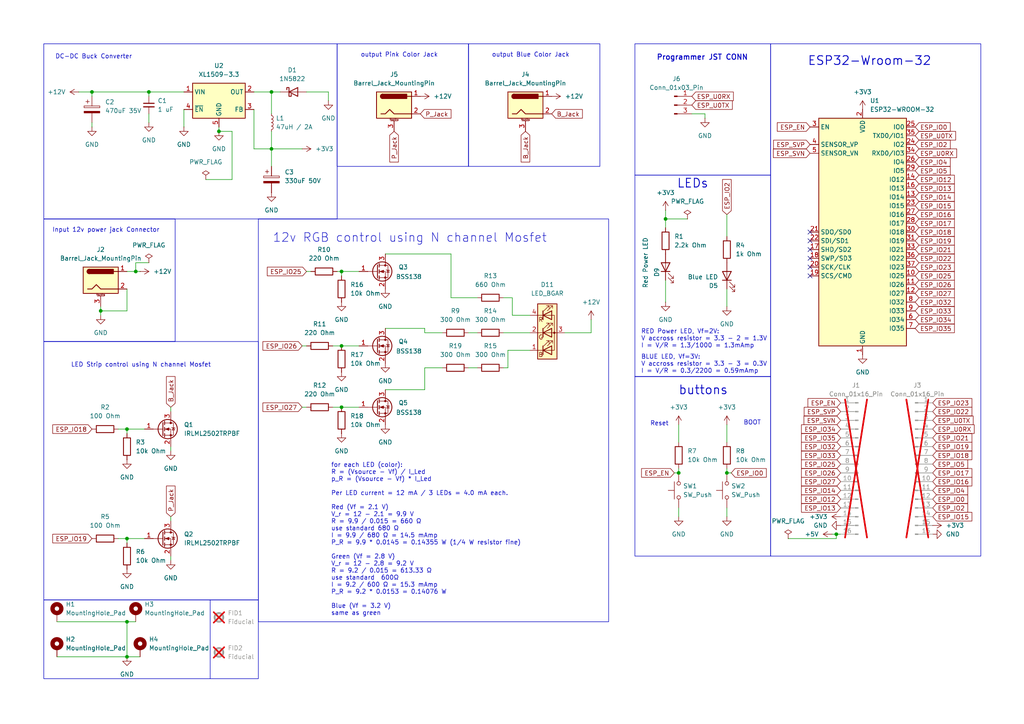
<source format=kicad_sch>
(kicad_sch (version 20250114) (generator "eeschema") (generator_version "9.0")
  (paper "A4")
  (title_block (title "Neon 1meter 12V") (date "2025-10-31") (rev "1_0"))
  (rectangle (start 12.7 12.7) (end 97.79 63.5))
  (rectangle (start 97.79 12.7) (end 135.89 48.26))
  (rectangle (start 12.7 99.06) (end 74.93 173.99))
  (rectangle (start 135.89 12.7) (end 173.99 48.26))
  (rectangle (start 12.7 63.5) (end 50.8 99.06))
  (rectangle (start 184.15 12.7) (end 223.52 50.8))
  (rectangle (start 184.15 109.22) (end 223.52 161.29))
  (rectangle (start 74.93 63.5) (end 176.53 180.34))
  (rectangle (start 184.15 50.8) (end 223.52 109.22))
  (rectangle (start 12.7 173.99) (end 74.93 196.85))
  (rectangle (start 223.52 12.7) (end 284.48 161.29))
  (text "ESP32-Wroom-32\n" (at 252.222 17.78 0) (effects (font (size 2.54 2.54) (thickness 0.254) (bold yes))))
  (text "LED Strip control using N channel Mosfet" (at 40.894 105.918 0) (effects (font (size 1.27 1.27))))
  (text "DC-DC Buck Converter" (at 27.178 16.51 0) (effects (font (size 1.27 1.27))))
  (text "buttons" (at 203.962 113.284 0) (effects (font (size 2.54 2.54) (thickness 0.254) (bold yes))))
  (text "output Pink Color Jack" (at 115.824 16.002 0) (effects (font (size 1.27 1.27))))
  (text "RED Power LED, Vf=2V:\nV accross resistor = 3.3 - 2 = 1.3V\nI = V/R = 1.3/1000 = 1.3mAmp" (at 185.928 98.298 0) (effects (font (size 1.27 1.27)) (justify left)))
  (text "Input 12v power jack Connector\n" (at 30.734 66.802 0) (effects (font (size 1.27 1.27))))
  (text "for each LED (color):\nR = (Vsource - Vf) / I_Led\np_R = (Vsource - Vf) * I_Led\n\nPer LED current = 12 mA / 3 LEDs = 4.0 mA each.\n\nRed (Vf = 2.1 V)\nV_r = 12 − 2.1 = 9.9 V\nR = 9.9 / 0.015 = 660 Ω \nuse standard 680 Ω\nI = 9.9 / 680 Ω = 14.5 mAmp\nP_R = 9.9 * 0.0145 = 0.14355 W (1/4 W resistor fine)\n\nGreen (Vf = 2.8 V)\nV_r = 12 − 2.8 = 9.2 V\nR = 9.2 / 0.015 = 613.33 Ω \nuse standard  600Ω\nI = 9.2 / 600 Ω = 15.3 mAmp\nP_R = 9.2 * 0.0153 = 0.14076 W\n\nBlue (Vf = 3.2 V)\nsame as green " (at 96.012 156.464 0) (effects (font (size 1.27 1.27)) (justify left)))
  (text "12v RGB control using N channel Mosfet" (at 118.872 69.088 0) (effects (font (size 2.54 2.54))))
  (text "Reset\n" (at 191.262 122.936 0) (effects (font (size 1.27 1.27))))
  (text "BLUE LED, Vf=3V:\nV accross resistor = 3.3 - 3 = 0.3V\nI = V/R = 0.3/2200 = 0.59mAmp" (at 185.928 105.664 0) (effects (font (size 1.27 1.27)) (justify left)))
  (text "LEDs" (at 200.914 53.34 0) (effects (font (size 2.54 2.54) (thickness 0.254) (bold yes))))
  (text "BOOT\n" (at 218.186 122.682 0) (effects (font (size 1.27 1.27))))
  (text "output Blue Color Jack" (at 153.924 16.002 0) (effects (font (size 1.27 1.27))))
  (text "Programmer JST CONN" (at 203.708 16.764 0) (effects (font (size 1.524 1.524) (thickness 0.254) (bold yes))))
  (text_box "SMD Componens:\n1) minimum SMD size are 1206 package\n2) all SMD components must be hand soldered footprint for easy assmebly" (at -58.42 20.32 0) (size 52.07 35.56) (margins 0.9525 0.9525 0.9525 0.9525) (effects (font (size 1.27 1.27)) (justify left top)))
  (junction (at 36.83 190.5))
  (junction (at 99.06 118.11))
  (junction (at 99.06 78.74))
  (junction (at 36.83 124.46))
  (junction (at 36.83 180.34))
  (junction (at 29.21 90.17))
  (junction (at 78.74 43.18))
  (junction (at 63.5 38.1))
  (junction (at 43.18 26.67))
  (junction (at 26.67 26.67))
  (junction (at 78.74 26.67))
  (junction (at 193.04 63.5))
  (junction (at 36.83 156.21))
  (junction (at 99.06 100.33))
  (junction (at 242.57 154.94))
  (junction (at 210.82 137.16))
  (junction (at 39.37 78.74))
  (junction (at 196.85 137.16))
  (no_connect (at 234.95 74.93))
  (no_connect (at 234.95 69.85))
  (no_connect (at 234.95 77.47))
  (no_connect (at 234.95 80.01))
  (no_connect (at 234.95 67.31))
  (no_connect (at 234.95 72.39))
  (wire (pts (xy 78.74 43.18) (xy 73.66 43.18)))
  (wire (pts (xy 130.81 86.36) (xy 138.43 86.36)))
  (wire (pts (xy 49.53 161.29) (xy 49.53 162.56)))
  (wire (pts (xy 36.83 190.5) (xy 40.64 190.5)))
  (wire (pts (xy 87.63 43.18) (xy 78.74 43.18)))
  (wire (pts (xy 210.82 137.16) (xy 212.09 137.16)))
  (wire (pts (xy 36.83 124.46) (xy 41.91 124.46)))
  (wire (pts (xy 146.05 106.68) (xy 147.32 106.68)))
  (wire (pts (xy 67.31 52.07) (xy 67.31 38.1)))
  (wire (pts (xy 123.19 106.68) (xy 128.27 106.68)))
  (wire (pts (xy 87.63 118.11) (xy 88.9 118.11)))
  (wire (pts (xy 104.14 118.11) (xy 99.06 118.11)))
  (wire (pts (xy 242.57 154.94) (xy 243.84 154.94)))
  (wire (pts (xy 196.85 147.32) (xy 196.85 149.86)))
  (wire (pts (xy 210.82 62.23) (xy 210.82 68.58)))
  (wire (pts (xy 36.83 180.34) (xy 39.37 180.34)))
  (wire (pts (xy 36.83 156.21) (xy 41.91 156.21)))
  (wire (pts (xy 138.43 96.52) (xy 135.89 96.52)))
  (wire (pts (xy 104.14 100.33) (xy 99.06 100.33)))
  (wire (pts (xy 39.37 78.74) (xy 36.83 78.74)))
  (wire (pts (xy 78.74 26.67) (xy 78.74 33.02)))
  (wire (pts (xy 196.85 135.89) (xy 196.85 137.16)))
  (wire (pts (xy 78.74 43.18) (xy 78.74 38.1)))
  (wire (pts (xy 148.59 86.36) (xy 148.59 91.44)))
  (wire (pts (xy 16.51 180.34) (xy 36.83 180.34)))
  (wire (pts (xy 193.04 63.5) (xy 199.39 63.5)))
  (wire (pts (xy 90.17 78.74) (xy 88.9 78.74)))
  (wire (pts (xy 73.66 43.18) (xy 73.66 31.75)))
  (wire (pts (xy 123.19 95.25) (xy 111.76 95.25)))
  (wire (pts (xy 26.67 35.56) (xy 26.67 36.83)))
  (wire (pts (xy 210.82 123.19) (xy 210.82 128.27)))
  (wire (pts (xy 241.3 154.94) (xy 242.57 154.94)))
  (wire (pts (xy 196.85 137.16) (xy 195.58 137.16)))
  (wire (pts (xy 204.47 33.02) (xy 204.47 34.29)))
  (wire (pts (xy 200.66 33.02) (xy 204.47 33.02)))
  (wire (pts (xy 36.83 90.17) (xy 29.21 90.17)))
  (wire (pts (xy 242.57 156.21) (xy 242.57 154.94)))
  (wire (pts (xy 59.69 52.07) (xy 67.31 52.07)))
  (wire (pts (xy 29.21 90.17) (xy 29.21 91.44)))
  (wire (pts (xy 73.66 26.67) (xy 78.74 26.67)))
  (wire (pts (xy 40.64 78.74) (xy 39.37 78.74)))
  (wire (pts (xy 53.34 31.75) (xy 53.34 36.83)))
  (wire (pts (xy 36.83 125.73) (xy 36.83 124.46)))
  (wire (pts (xy 43.18 76.2) (xy 39.37 76.2)))
  (wire (pts (xy 147.32 101.6) (xy 153.67 101.6)))
  (wire (pts (xy 171.45 96.52) (xy 163.83 96.52)))
  (wire (pts (xy 63.5 38.1) (xy 63.5 36.83)))
  (wire (pts (xy 99.06 118.11) (xy 96.52 118.11)))
  (wire (pts (xy 210.82 147.32) (xy 210.82 149.86)))
  (wire (pts (xy 123.19 113.03) (xy 123.19 106.68)))
  (wire (pts (xy 123.19 96.52) (xy 123.19 95.25)))
  (wire (pts (xy 36.83 83.82) (xy 36.83 90.17)))
  (wire (pts (xy 111.76 73.66) (xy 130.81 73.66)))
  (wire (pts (xy 36.83 180.34) (xy 36.83 190.5)))
  (wire (pts (xy 49.53 118.11) (xy 49.53 119.38)))
  (wire (pts (xy 97.79 78.74) (xy 99.06 78.74)))
  (wire (pts (xy 146.05 86.36) (xy 148.59 86.36)))
  (wire (pts (xy 128.27 96.52) (xy 123.19 96.52)))
  (polyline (pts (xy 60.96 173.99) (xy 60.96 196.85)))
  (wire (pts (xy 148.59 91.44) (xy 153.67 91.44)))
  (wire (pts (xy 43.18 33.02) (xy 43.18 35.56)))
  (wire (pts (xy 87.63 100.33) (xy 88.9 100.33)))
  (wire (pts (xy 228.6 156.21) (xy 242.57 156.21)))
  (wire (pts (xy 196.85 123.19) (xy 196.85 128.27)))
  (wire (pts (xy 34.29 124.46) (xy 36.83 124.46)))
  (wire (pts (xy 67.31 38.1) (xy 63.5 38.1)))
  (wire (pts (xy 29.21 88.9) (xy 29.21 90.17)))
  (wire (pts (xy 95.25 26.67) (xy 95.25 29.21)))
  (wire (pts (xy 16.51 190.5) (xy 36.83 190.5)))
  (wire (pts (xy 53.34 26.67) (xy 43.18 26.67)))
  (wire (pts (xy 99.06 78.74) (xy 104.14 78.74)))
  (wire (pts (xy 147.32 106.68) (xy 147.32 101.6)))
  (wire (pts (xy 34.29 156.21) (xy 36.83 156.21)))
  (wire (pts (xy 26.67 26.67) (xy 43.18 26.67)))
  (wire (pts (xy 78.74 26.67) (xy 81.28 26.67)))
  (wire (pts (xy 49.53 149.86) (xy 49.53 151.13)))
  (wire (pts (xy 36.83 157.48) (xy 36.83 156.21)))
  (wire (pts (xy 123.19 113.03) (xy 111.76 113.03)))
  (wire (pts (xy 22.86 26.67) (xy 26.67 26.67)))
  (wire (pts (xy 43.18 26.67) (xy 43.18 27.94)))
  (wire (pts (xy 78.74 43.18) (xy 78.74 48.26)))
  (wire (pts (xy 146.05 96.52) (xy 153.67 96.52)))
  (wire (pts (xy 210.82 135.89) (xy 210.82 137.16)))
  (wire (pts (xy 171.45 92.71) (xy 171.45 96.52)))
  (wire (pts (xy 26.67 27.94) (xy 26.67 26.67)))
  (wire (pts (xy 135.89 106.68) (xy 138.43 106.68)))
  (wire (pts (xy 193.04 81.28) (xy 193.04 87.63)))
  (wire (pts (xy 88.9 26.67) (xy 95.25 26.67)))
  (wire (pts (xy 210.82 83.82) (xy 210.82 88.9)))
  (wire (pts (xy 130.81 73.66) (xy 130.81 86.36)))
  (wire (pts (xy 193.04 63.5) (xy 193.04 66.04)))
  (wire (pts (xy 193.04 60.96) (xy 193.04 63.5)))
  (wire (pts (xy 49.53 129.54) (xy 49.53 130.81)))
  (wire (pts (xy 99.06 80.01) (xy 99.06 78.74)))
  (wire (pts (xy 39.37 76.2) (xy 39.37 78.74)))
  (wire (pts (xy 99.06 100.33) (xy 96.52 100.33)))
  (global_label "ESP_U0RX" (shape input) (at 265.43 44.45 0) (property "Intersheetrefs" "${INTERSHEET_REFS}" (effects (hide yes))))
  (global_label "ESP_IO0" (shape input) (at 212.09 137.16 0) (property "Intersheetrefs" "${INTERSHEET_REFS}" (effects (hide yes))))
  (global_label "ESP_IO19" (shape input) (at 26.67 156.21 180) (property "Intersheetrefs" "${INTERSHEET_REFS}" (effects (hide yes))))
  (global_label "ESP_EN" (shape input) (at 195.58 137.16 180) (property "Intersheetrefs" "${INTERSHEET_REFS}" (effects (hide yes))))
  (global_label "B_Jack" (shape input) (at 49.53 118.11 90) (property "Intersheetrefs" "${INTERSHEET_REFS}" (effects (hide yes))))
  (global_label "ESP_IO4" (shape input) (at 270.51 142.24 0) (property "Intersheetrefs" "${INTERSHEET_REFS}" (effects (hide yes))))
  (global_label "ESP_IO23" (shape input) (at 265.43 77.47 0) (property "Intersheetrefs" "${INTERSHEET_REFS}" (effects (hide yes))))
  (global_label "ESP_U0TX" (shape input) (at 270.51 121.92 0) (property "Intersheetrefs" "${INTERSHEET_REFS}" (effects (hide yes))))
  (global_label "ESP_IO18" (shape input) (at 270.51 132.08 0) (property "Intersheetrefs" "${INTERSHEET_REFS}" (effects (hide yes))))
  (global_label "ESP_IO32" (shape input) (at 243.84 129.54 180) (property "Intersheetrefs" "${INTERSHEET_REFS}" (effects (hide yes))))
  (global_label "ESP_SVP" (shape input) (at 234.95 41.91 180) (property "Intersheetrefs" "${INTERSHEET_REFS}" (effects (hide yes))))
  (global_label "ESP_IO19" (shape input) (at 270.51 129.54 0) (property "Intersheetrefs" "${INTERSHEET_REFS}" (effects (hide yes))))
  (global_label "ESP_IO35" (shape input) (at 243.84 127 180) (property "Intersheetrefs" "${INTERSHEET_REFS}" (effects (hide yes))))
  (global_label "ESP_IO26" (shape input) (at 243.84 137.16 180) (property "Intersheetrefs" "${INTERSHEET_REFS}" (effects (hide yes))))
  (global_label "ESP_IO35" (shape input) (at 265.43 95.25 0) (property "Intersheetrefs" "${INTERSHEET_REFS}" (effects (hide yes))))
  (global_label "ESP_SVP" (shape input) (at 243.84 119.38 180) (property "Intersheetrefs" "${INTERSHEET_REFS}" (effects (hide yes))))
  (global_label "ESP_IO25" (shape input) (at 88.9 78.74 180) (property "Intersheetrefs" "${INTERSHEET_REFS}" (effects (hide yes))))
  (global_label "B_Jack" (shape input) (at 160.02 33.02 0) (property "Intersheetrefs" "${INTERSHEET_REFS}" (effects (hide yes))))
  (global_label "ESP_IO15" (shape input) (at 270.51 149.86 0) (property "Intersheetrefs" "${INTERSHEET_REFS}" (effects (hide yes))))
  (global_label "ESP_IO27" (shape input) (at 265.43 85.09 0) (property "Intersheetrefs" "${INTERSHEET_REFS}" (effects (hide yes))))
  (global_label "ESP_IO26" (shape input) (at 87.63 100.33 180) (property "Intersheetrefs" "${INTERSHEET_REFS}" (effects (hide yes))))
  (global_label "ESP_IO22" (shape input) (at 270.51 119.38 0) (property "Intersheetrefs" "${INTERSHEET_REFS}" (effects (hide yes))))
  (global_label "ESP_IO21" (shape input) (at 265.43 72.39 0) (property "Intersheetrefs" "${INTERSHEET_REFS}" (effects (hide yes))))
  (global_label "ESP_IO2" (shape input) (at 265.43 41.91 0) (property "Intersheetrefs" "${INTERSHEET_REFS}" (effects (hide yes))))
  (global_label "ESP_U0RX" (shape input) (at 270.51 124.46 0) (property "Intersheetrefs" "${INTERSHEET_REFS}" (effects (hide yes))))
  (global_label "ESP_IO15" (shape input) (at 265.43 59.69 0) (property "Intersheetrefs" "${INTERSHEET_REFS}" (effects (hide yes))))
  (global_label "ESP_EN" (shape input) (at 243.84 116.84 180) (property "Intersheetrefs" "${INTERSHEET_REFS}" (effects (hide yes))))
  (global_label "ESP_IO2" (shape input) (at 270.51 147.32 0) (property "Intersheetrefs" "${INTERSHEET_REFS}" (effects (hide yes))))
  (global_label "ESP_IO16" (shape input) (at 265.43 62.23 0) (property "Intersheetrefs" "${INTERSHEET_REFS}" (effects (hide yes))))
  (global_label "ESP_IO33" (shape input) (at 243.84 132.08 180) (property "Intersheetrefs" "${INTERSHEET_REFS}" (effects (hide yes))))
  (global_label "ESP_IO22" (shape input) (at 265.43 74.93 0) (property "Intersheetrefs" "${INTERSHEET_REFS}" (effects (hide yes))))
  (global_label "ESP_IO5" (shape input) (at 270.51 134.62 0) (property "Intersheetrefs" "${INTERSHEET_REFS}" (effects (hide yes))))
  (global_label "ESP_IO18" (shape input) (at 26.67 124.46 180) (property "Intersheetrefs" "${INTERSHEET_REFS}" (effects (hide yes))))
  (global_label "ESP_IO13" (shape input) (at 243.84 147.32 180) (property "Intersheetrefs" "${INTERSHEET_REFS}" (effects (hide yes))))
  (global_label "B_Jack" (shape input) (at 152.4 38.1 270) (property "Intersheetrefs" "${INTERSHEET_REFS}" (effects (hide yes))))
  (global_label "ESP_IO19" (shape input) (at 265.43 69.85 0) (property "Intersheetrefs" "${INTERSHEET_REFS}" (effects (hide yes))))
  (global_label "ESP_IO14" (shape input) (at 265.43 57.15 0) (property "Intersheetrefs" "${INTERSHEET_REFS}" (effects (hide yes))))
  (global_label "ESP_SVN" (shape input) (at 234.95 44.45 180) (property "Intersheetrefs" "${INTERSHEET_REFS}" (effects (hide yes))))
  (global_label "ESP_IO2" (shape input) (at 210.82 62.23 90) (property "Intersheetrefs" "${INTERSHEET_REFS}" (effects (hide yes))))
  (global_label "ESP_IO17" (shape input) (at 265.43 64.77 0) (property "Intersheetrefs" "${INTERSHEET_REFS}" (effects (hide yes))))
  (global_label "ESP_IO34" (shape input) (at 243.84 124.46 180) (property "Intersheetrefs" "${INTERSHEET_REFS}" (effects (hide yes))))
  (global_label "ESP_IO12" (shape input) (at 265.43 52.07 0) (property "Intersheetrefs" "${INTERSHEET_REFS}" (effects (hide yes))))
  (global_label "ESP_IO25" (shape input) (at 265.43 80.01 0) (property "Intersheetrefs" "${INTERSHEET_REFS}" (effects (hide yes))))
  (global_label "ESP_IO4" (shape input) (at 265.43 46.99 0) (property "Intersheetrefs" "${INTERSHEET_REFS}" (effects (hide yes))))
  (global_label "ESP_IO14" (shape input) (at 243.84 142.24 180) (property "Intersheetrefs" "${INTERSHEET_REFS}" (effects (hide yes))))
  (global_label "ESP_IO32" (shape input) (at 265.43 87.63 0) (property "Intersheetrefs" "${INTERSHEET_REFS}" (effects (hide yes))))
  (global_label "P_Jack" (shape input) (at 121.92 33.02 0) (property "Intersheetrefs" "${INTERSHEET_REFS}" (effects (hide yes))))
  (global_label "ESP_IO16" (shape input) (at 270.51 139.7 0) (property "Intersheetrefs" "${INTERSHEET_REFS}" (effects (hide yes))))
  (global_label "ESP_IO33" (shape input) (at 265.43 90.17 0) (property "Intersheetrefs" "${INTERSHEET_REFS}" (effects (hide yes))))
  (global_label "ESP_IO34" (shape input) (at 265.43 92.71 0) (property "Intersheetrefs" "${INTERSHEET_REFS}" (effects (hide yes))))
  (global_label "ESP_IO23" (shape input) (at 270.51 116.84 0) (property "Intersheetrefs" "${INTERSHEET_REFS}" (effects (hide yes))))
  (global_label "ESP_U0TX" (shape input) (at 200.66 30.48 0) (property "Intersheetrefs" "${INTERSHEET_REFS}" (effects (hide yes))))
  (global_label "ESP_IO5" (shape input) (at 265.43 49.53 0) (property "Intersheetrefs" "${INTERSHEET_REFS}" (effects (hide yes))))
  (global_label "ESP_IO0" (shape input) (at 270.51 144.78 0) (property "Intersheetrefs" "${INTERSHEET_REFS}" (effects (hide yes))))
  (global_label "ESP_U0RX" (shape input) (at 200.66 27.94 0) (property "Intersheetrefs" "${INTERSHEET_REFS}" (effects (hide yes))))
  (global_label "ESP_IO18" (shape input) (at 265.43 67.31 0) (property "Intersheetrefs" "${INTERSHEET_REFS}" (effects (hide yes))))
  (global_label "ESP_U0TX" (shape input) (at 265.43 39.37 0) (property "Intersheetrefs" "${INTERSHEET_REFS}" (effects (hide yes))))
  (global_label "ESP_IO0" (shape input) (at 265.43 36.83 0) (property "Intersheetrefs" "${INTERSHEET_REFS}" (effects (hide yes))))
  (global_label "ESP_IO26" (shape input) (at 265.43 82.55 0) (property "Intersheetrefs" "${INTERSHEET_REFS}" (effects (hide yes))))
  (global_label "ESP_IO27" (shape input) (at 243.84 139.7 180) (property "Intersheetrefs" "${INTERSHEET_REFS}" (effects (hide yes))))
  (global_label "ESP_EN" (shape input) (at 234.95 36.83 180) (property "Intersheetrefs" "${INTERSHEET_REFS}" (effects (hide yes))))
  (global_label "ESP_IO27" (shape input) (at 87.63 118.11 180) (property "Intersheetrefs" "${INTERSHEET_REFS}" (effects (hide yes))))
  (global_label "ESP_IO13" (shape input) (at 265.43 54.61 0) (property "Intersheetrefs" "${INTERSHEET_REFS}" (effects (hide yes))))
  (global_label "ESP_IO12" (shape input) (at 243.84 144.78 180) (property "Intersheetrefs" "${INTERSHEET_REFS}" (effects (hide yes))))
  (global_label "ESP_IO21" (shape input) (at 270.51 127 0) (property "Intersheetrefs" "${INTERSHEET_REFS}" (effects (hide yes))))
  (global_label "ESP_SVN" (shape input) (at 243.84 121.92 180) (property "Intersheetrefs" "${INTERSHEET_REFS}" (effects (hide yes))))
  (global_label "ESP_IO17" (shape input) (at 270.51 137.16 0) (property "Intersheetrefs" "${INTERSHEET_REFS}" (effects (hide yes))))
  (global_label "ESP_IO25" (shape input) (at 243.84 134.62 180) (property "Intersheetrefs" "${INTERSHEET_REFS}" (effects (hide yes))))
  (global_label "P_Jack" (shape input) (at 114.3 38.1 270) (property "Intersheetrefs" "${INTERSHEET_REFS}" (effects (hide yes))))
  (global_label "P_Jack" (shape input) (at 49.53 149.86 90) (property "Intersheetrefs" "${INTERSHEET_REFS}" (effects (hide yes))))
  (symbol (lib_id "Device:R") (at 30.48 156.21 270) (unit 1)
    (property "Reference" "R5" (at 30.48 149.86 90))
    (property "Value" "100 Ohm" (at 30.48 152.4 90))
    (property "Footprint" "Resistor_SMD:R_1206_3216Metric_Pad1.30x1.75mm_HandSolder" (effects (hide yes)))
    (property "Description" "Resistor" (effects (hide yes)))
    (property "link" "https://uge-one.com/product/smd-chip-resistor-size-1206-100r-ohm/" (effects (hide yes)))
  )
  (symbol (lib_id "Device:R") (at 142.24 86.36 270) (unit 1)
    (property "Reference" "R13" (at 142.24 80.01 90))
    (property "Value" "660 Ohm" (at 142.24 82.55 90))
    (property "Footprint" "Resistor_SMD:R_1206_3216Metric_Pad1.30x1.75mm_HandSolder" (effects (hide yes)))
    (property "Description" "Resistor" (effects (hide yes)))
    (property "link" "https://makerselectronics.com/product/chip-resistor-smd-680%cf%89-%c2%b11-250mw-1206/" (effects (hide yes)))
  )
  (symbol (lib_id "power:GND") (at 111.76 105.41 0) (unit 1)
    (property "Reference" "#PWR027" (effects (hide yes)))
    (property "Value" "GND" (at 111.76 110.49 0))
    (property "Description" "Power symbol creates a global label with name \"GND\" , ground" (effects (hide yes)))
  )
  (symbol (lib_id "power:GND") (at 36.83 165.1 0) (unit 1)
    (property "Reference" "#PWR010" (effects (hide yes)))
    (property "Value" "GND" (at 36.83 170.18 0))
    (property "Description" "Power symbol creates a global label with name \"GND\" , ground" (effects (hide yes)))
  )
  (symbol (lib_id "Mechanical:MountingHole_Pad") (at 39.37 177.8 0) (unit 1) (in_bom no)
    (property "Reference" "H3" (at 41.91 175.2599 0) (effects (justify left)))
    (property "Value" "MountingHole_Pad" (at 41.91 177.7999 0) (effects (justify left)))
    (property "Footprint" "MountingHole:MountingHole_3.2mm_M3_Pad_Via" (effects (hide yes)))
    (property "Description" "Mounting Hole with connection" (effects (hide yes)))
  )
  (symbol (lib_id "power:+12V") (at 121.92 27.94 270) (unit 1)
    (property "Reference" "#PWR024" (effects (hide yes)))
    (property "Value" "+12V" (at 125.73 27.9399 90) (effects (justify left)))
    (property "Description" "Power symbol creates a global label with name \"+12V\"" (effects (hide yes)))
  )
  (symbol (lib_id "Mechanical:MountingHole_Pad") (at 40.64 187.96 0) (unit 1) (in_bom no)
    (property "Reference" "H4" (at 43.18 185.4199 0) (effects (justify left)))
    (property "Value" "MountingHole_Pad" (at 43.18 187.9599 0) (effects (justify left)))
    (property "Footprint" "MountingHole:MountingHole_3.2mm_M3_Pad_Via" (effects (hide yes)))
    (property "Description" "Mounting Hole with connection" (effects (hide yes)))
  )
  (symbol (lib_id "Mechanical:MountingHole_Pad") (at 16.51 187.96 0) (unit 1) (in_bom no)
    (property "Reference" "H2" (at 19.05 185.4199 0) (effects (justify left)))
    (property "Value" "MountingHole_Pad" (at 19.05 187.9599 0) (effects (justify left)))
    (property "Footprint" "MountingHole:MountingHole_3.2mm_M3_Pad_Via" (effects (hide yes)))
    (property "Description" "Mounting Hole with connection" (effects (hide yes)))
  )
  (symbol (lib_id "power:GND") (at 111.76 83.82 0) (unit 1)
    (property "Reference" "#PWR026" (effects (hide yes)))
    (property "Value" "GND" (at 111.76 88.9 0))
    (property "Description" "Power symbol creates a global label with name \"GND\" , ground" (effects (hide yes)))
  )
  (symbol (lib_id "power:GND") (at 196.85 149.86 0) (unit 1)
    (property "Reference" "#PWR037" (effects (hide yes)))
    (property "Value" "GND" (at 196.85 154.94 0))
    (property "Description" "Power symbol creates a global label with name \"GND\" , ground" (effects (hide yes)))
  )
  (symbol (lib_id "power:PWR_FLAG") (at 43.18 76.2 0) (unit 1)
    (property "Reference" "#FLG02" (effects (hide yes)))
    (property "Value" "PWR_FLAG" (at 43.18 71.12 0))
    (property "Description" "Special symbol for telling ERC where power comes from" (effects (hide yes)))
  )
  (symbol (lib_id "Device:R") (at 92.71 118.11 270) (unit 1)
    (property "Reference" "R12" (at 92.71 111.76 90))
    (property "Value" "220 Ohm" (at 92.71 114.3 90))
    (property "Footprint" "Resistor_SMD:R_1206_3216Metric_Pad1.30x1.75mm_HandSolder" (effects (hide yes)))
    (property "Description" "Resistor" (effects (hide yes)))
    (property "link" "https://uge-one.com/product/smd-chip-resistor-size-1206-220r-ohm/?srsltid=AfmBOoqmkuXwKrfJ3VxJ5AIPn5xc8j2ZOYO0PqRCmSUCAxMBlBADOpRb" (effects (hide yes)))
  )
  (symbol (lib_id "power:GND") (at 204.47 34.29 0) (unit 1)
    (property "Reference" "#PWR011" (effects (hide yes)))
    (property "Value" "GND" (at 204.47 39.37 0))
    (property "Description" "Power symbol creates a global label with name \"GND\" , ground" (effects (hide yes)))
  )
  (symbol (lib_id "Device:L_Small") (at 78.74 35.56 0) (unit 1)
    (property "Reference" "L1" (at 80.01 34.2899 0) (effects (justify left)))
    (property "Value" "47uH / 2A" (at 80.01 36.8299 0) (effects (justify left)))
    (property "Footprint" "CD43_Inductor:CD43" (effects (hide yes)))
    (property "Description" "Inductor, small symbol" (effects (hide yes)))
    (property "link" "https://uge-one.com/product/smd-power-inductor-470uh-4-5x4x3-2mm-cd43/" (effects (hide yes)))
  )
  (symbol (lib_id "Device:R") (at 99.06 83.82 0) (unit 1)
    (property "Reference" "R16" (at 101.6 82.5499 0) (effects (justify left)))
    (property "Value" "10k Ohm" (at 101.6 85.0899 0) (effects (justify left)))
    (property "Footprint" "Resistor_SMD:R_0805_2012Metric_Pad1.20x1.40mm_HandSolder" (effects (hide yes)))
    (property "Description" "Resistor" (effects (hide yes)))
    (property "link" "https://uge-one.com/product/0805-smd-chip-resistor-10k/?srsltid=AfmBOorGllG0mYHf8TnX2S13KIvxT3n0IIoJoriv-BR9zB-dGtGjm2Vg" (effects (hide yes)))
  )
  (symbol (lib_id "power:GND") (at 78.74 55.88 0) (unit 1)
    (property "Reference" "#PWR05" (effects (hide yes)))
    (property "Value" "GND" (at 78.74 60.96 0))
    (property "Description" "Power symbol creates a global label with name \"GND\" , ground" (effects (hide yes)))
  )
  (symbol (lib_id "Device:D_Schottky") (at 85.09 26.67 0) (unit 1)
    (property "Reference" "D1" (at 84.7725 20.32 0))
    (property "Value" "1N5822" (at 84.7725 22.86 0))
    (property "Footprint" "Diode_SMD:D_SMA" (effects (hide yes)))
    (property "Description" "Schottky diode" (effects (hide yes)))
    (property "link" "https://uge-one.com/product/smd-schottky-diode-3a-40v-1n5822-ss34-sma/" (effects (hide yes)))
  )
  (symbol (lib_id "power:GND") (at 43.18 35.56 0) (unit 1)
    (property "Reference" "#PWR02" (effects (hide yes)))
    (property "Value" "GND" (at 43.18 40.64 0))
    (property "Description" "Power symbol creates a global label with name \"GND\" , ground" (effects (hide yes)))
  )
  (symbol (lib_id "Connector:Conn_01x03_Pin") (at 195.58 30.48 0) (unit 1)
    (property "Reference" "J6" (at 196.215 22.86 0))
    (property "Value" "Conn_01x03_Pin" (at 196.215 25.4 0))
    (property "Footprint" "Connector_PinHeader_2.54mm:PinHeader_1x03_P2.54mm_Vertical" (effects (hide yes)))
    (property "Description" "Generic connector, single row, 01x03, script generated" (effects (hide yes)))
    (property "link" "https://microohm-eg.com/product/jst-3-pin-90-degree-male-connector/" (effects (hide yes)))
  )
  (symbol (lib_id "power:+12V") (at 171.45 92.71 0) (unit 1)
    (property "Reference" "#PWR025" (effects (hide yes)))
    (property "Value" "+12V" (at 171.45 87.63 0))
    (property "Description" "Power symbol creates a global label with name \"+12V\"" (effects (hide yes)))
  )
  (symbol (lib_id "power:+3V3") (at 210.82 123.19 0) (unit 1)
    (property "Reference" "#PWR038" (effects (hide yes)))
    (property "Value" "+3V3" (at 210.82 118.11 0))
    (property "Description" "Power symbol creates a global label with name \"+3V3\"" (effects (hide yes)))
  )
  (symbol (lib_id "power:GND") (at 99.06 125.73 0) (unit 1)
    (property "Reference" "#PWR031" (effects (hide yes)))
    (property "Value" "GND" (at 99.06 130.81 0))
    (property "Description" "Power symbol creates a global label with name \"GND\" , ground" (effects (hide yes)))
  )
  (symbol (lib_id "Device:C_Small") (at 43.18 30.48 0) (unit 1)
    (property "Reference" "C1" (at 45.72 29.2162 0) (effects (justify left)))
    (property "Value" "1 uF" (at 45.72 31.7562 0) (effects (justify left)))
    (property "Footprint" "Capacitor_SMD:C_1206_3216Metric" (effects (hide yes)))
    (property "Description" "Unpolarized capacitor, small symbol" (effects (hide yes)))
    (property "link" "https://uge-one.com/product/smd-chip-capacitor-size-1206-1uf/" (effects (hide yes)))
  )
  (symbol (lib_id "Transistor_FET:BSS138") (at 46.99 124.46 0) (unit 1)
    (property "Reference" "Q1" (at 53.34 123.1899 0) (effects (justify left)))
    (property "Value" "IRLML2502TRPBF" (at 53.34 125.7299 0) (effects (justify left)))
    (property "Footprint" "custom_SOT23:custom_SOT23" (effects (hide yes)))
    (property "Datasheet" "https://www.infineon.com/assets/row/public/documents/24/49/infineon-irlml2502-datasheet-en.pdf" (effects (hide yes)))
    (property "Description" "20V Vds, 4.2A Id, N-Channel MOSFET, SOT-23" (effects (hide yes)))
    (property "link" "https://uge-one.com/product/smd-irlml2502trpbf-sot-23-mosfet/?srsltid=AfmBOoqixCZKi2_Rw_QPyVd6y4KRdvrHyCsGijRPH4lNedpiwvgNOyGw" (effects (hide yes)))
  )
  (symbol (lib_id "power:GND") (at 193.04 87.63 0) (unit 1)
    (property "Reference" "#PWR018" (effects (hide yes)))
    (property "Value" "GND" (at 193.04 92.71 0))
    (property "Description" "Power symbol creates a global label with name \"GND\" , ground" (effects (hide yes)))
  )
  (symbol (lib_id "Mechanical:MountingHole_Pad") (at 16.51 177.8 0) (unit 1) (in_bom no)
    (property "Reference" "H1" (at 19.05 175.2599 0) (effects (justify left)))
    (property "Value" "MountingHole_Pad" (at 19.05 177.7999 0) (effects (justify left)))
    (property "Footprint" "MountingHole:MountingHole_3.2mm_M3_Pad_Via" (effects (hide yes)))
    (property "Description" "Mounting Hole with connection" (effects (hide yes)))
  )
  (symbol (lib_id "Device:R") (at 92.71 100.33 270) (unit 1)
    (property "Reference" "R11" (at 92.71 93.98 90))
    (property "Value" "220 Ohm" (at 92.71 96.52 90))
    (property "Footprint" "Resistor_SMD:R_1206_3216Metric_Pad1.30x1.75mm_HandSolder" (effects (hide yes)))
    (property "Description" "Resistor" (effects (hide yes)))
    (property "link" "https://uge-one.com/product/smd-chip-resistor-size-1206-220r-ohm/?srsltid=AfmBOoqmkuXwKrfJ3VxJ5AIPn5xc8j2ZOYO0PqRCmSUCAxMBlBADOpRb" (effects (hide yes)))
  )
  (symbol (lib_id "Device:R") (at 99.06 121.92 0) (unit 1)
    (property "Reference" "R18" (at 101.6 120.6499 0) (effects (justify left)))
    (property "Value" "10k Ohm" (at 101.6 123.1899 0) (effects (justify left)))
    (property "Footprint" "Resistor_SMD:R_0805_2012Metric_Pad1.20x1.40mm_HandSolder" (effects (hide yes)))
    (property "Description" "Resistor" (effects (hide yes)))
    (property "link" "https://uge-one.com/product/0805-smd-chip-resistor-10k/?srsltid=AfmBOorGllG0mYHf8TnX2S13KIvxT3n0IIoJoriv-BR9zB-dGtGjm2Vg" (effects (hide yes)))
  )
  (symbol (lib_id "power:GND") (at 53.34 36.83 0) (unit 1)
    (property "Reference" "#PWR06" (effects (hide yes)))
    (property "Value" "GND" (at 53.34 41.91 0))
    (property "Description" "Power symbol creates a global label with name \"GND\" , ground" (effects (hide yes)))
  )
  (symbol (lib_id "Device:R") (at 132.08 106.68 270) (unit 1)
    (property "Reference" "R19" (at 132.08 100.33 90))
    (property "Value" "300 Ohm" (at 132.08 102.87 90))
    (property "Footprint" "Resistor_SMD:R_1206_3216Metric_Pad1.30x1.75mm_HandSolder" (effects (hide yes)))
    (property "Description" "Resistor" (effects (hide yes)))
    (property "link" "https://uge-one.com/product/smd-chip-resistor-size-1206-300r-ohm/" (effects (hide yes)))
  )
  (symbol (lib_name "Barrel_Jack_MountingPin_2") (lib_id "Connector:Barrel_Jack_MountingPin") (at 114.3 30.48 0) (unit 1)
    (property "Reference" "J5" (at 114.3 21.59 0))
    (property "Value" "Barrel_Jack_MountingPin" (at 114.3 24.13 0))
    (property "Footprint" "Connector_BarrelJack:BarrelJack_Horizontal" (effects (hide yes)))
    (property "Description" "DC Barrel Jack with a mounting pin" (effects (hide yes)))
    (property "link" "https://makerselectronics.com/product/dc-power-jack-female-socket-connector-5-5mmx2-1mm/?srsltid=AfmBOooy7mhTTlq198rTgOOBjODubOeCUUqsiDf1LlSihz3m7IWy6fh7" (effects (hide yes)))
  )
  (symbol (lib_id "Connector:Barrel_Jack_MountingPin") (at 29.21 81.28 0) (unit 1)
    (property "Reference" "J2" (at 29.21 72.39 0))
    (property "Value" "Barrel_Jack_MountingPin" (at 29.21 74.93 0))
    (property "Footprint" "Connector_BarrelJack:BarrelJack_Horizontal" (effects (hide yes)))
    (property "Description" "DC Barrel Jack with a mounting pin" (effects (hide yes)))
    (property "link" "https://makerselectronics.com/product/dc-power-jack-female-socket-connector-5-5mmx2-1mm/?srsltid=AfmBOooy7mhTTlq198rTgOOBjODubOeCUUqsiDf1LlSihz3m7IWy6fh7" (effects (hide yes)))
  )
  (symbol (lib_id "power:+3V3") (at 196.85 123.19 0) (unit 1)
    (property "Reference" "#PWR036" (effects (hide yes)))
    (property "Value" "+3V3" (at 196.85 118.11 0))
    (property "Description" "Power symbol creates a global label with name \"+3V3\"" (effects (hide yes)))
  )
  (symbol (lib_id "RF_Module:ESP32-WROOM-32") (at 250.19 67.31 0) (unit 1)
    (property "Reference" "U1" (at 252.3333 29.21 0) (effects (justify left)))
    (property "Value" "ESP32-WROOM-32" (at 252.3333 31.75 0) (effects (justify left)))
    (property "Footprint" "RF_Module:ESP32-WROOM-32" (effects (hide yes)))
    (property "Datasheet" "https://www.espressif.com/sites/default/files/documentation/esp32-wroom-32_datasheet_en.pdf" (effects (hide yes)))
    (property "Description" "RF Module, ESP32-D0WDQ6 SoC, Wi-Fi 802.11b/g/n, Bluetooth, BLE, 32-bit, 2.7-3.6V, onboard antenna, SMD" (effects (hide yes)))
    (property "link" "https://uge-one.com/product/espressif-esp32-wroom-32-dual-core-wi-fi-bluetooth-iot-module/" (effects (hide yes)))
  )
  (symbol (lib_id "power:GND") (at 99.06 107.95 0) (unit 1)
    (property "Reference" "#PWR030" (effects (hide yes)))
    (property "Value" "GND" (at 99.06 113.03 0))
    (property "Description" "Power symbol creates a global label with name \"GND\" , ground" (effects (hide yes)))
  )
  (symbol (lib_id "Device:R") (at 210.82 132.08 180) (unit 1)
    (property "Reference" "R8" (at 213.36 130.8099 0) (effects (justify right)))
    (property "Value" "10k Ohm" (at 213.36 133.3499 0) (effects (justify right)))
    (property "Footprint" "Resistor_SMD:R_0805_2012Metric_Pad1.20x1.40mm_HandSolder" (effects (hide yes)))
    (property "Description" "Resistor" (effects (hide yes)))
    (property "link" "https://uge-one.com/product/0805-smd-chip-resistor-10k/?srsltid=AfmBOorGllG0mYHf8TnX2S13KIvxT3n0IIoJoriv-BR9zB-dGtGjm2Vg" (effects (hide yes)))
  )
  (symbol (lib_id "Device:R") (at 196.85 132.08 180) (unit 1)
    (property "Reference" "R7" (at 199.39 130.8099 0) (effects (justify right)))
    (property "Value" "10k Ohm" (at 199.39 133.3499 0) (effects (justify right)))
    (property "Footprint" "Resistor_SMD:R_0805_2012Metric_Pad1.20x1.40mm_HandSolder" (effects (hide yes)))
    (property "Description" "Resistor" (effects (hide yes)))
    (property "link" "https://uge-one.com/product/0805-smd-chip-resistor-10k/?srsltid=AfmBOorGllG0mYHf8TnX2S13KIvxT3n0IIoJoriv-BR9zB-dGtGjm2Vg" (effects (hide yes)))
  )
  (symbol (lib_id "Transistor_FET:BSS138") (at 109.22 118.11 0) (unit 1)
    (property "Reference" "Q5" (at 115.57 116.8399 0) (effects (justify left)))
    (property "Value" "BSS138" (at 114.808 119.634 0) (effects (justify left)))
    (property "Footprint" "Package_TO_SOT_SMD:SOT-23" (effects (hide yes)))
    (property "Datasheet" "https://www.onsemi.com/pub/Collateral/BSS138-D.PDF" (effects (hide yes)))
    (property "Description" "50V Vds, 0.22A Id, N-Channel MOSFET, SOT-23" (effects (hide yes)))
    (property "link" "https://makerselectronics.com/product/smd-mosfet-transistor-bss138-j1-50v-220ma-3-5%CF%8910v220ma-360mw-n-channel-sot-23/?srsltid=AfmBOorKPkIxsAwv-3Onwyym6kfiJ7AE8Pv9g0Pld8GAUTAgILHxbmr_" (effects (hide yes)))
  )
  (symbol (lib_id "Device:C_Polarized") (at 78.74 52.07 0) (unit 1)
    (property "Reference" "C3" (at 82.55 49.9109 0) (effects (justify left)))
    (property "Value" "330uF 50V" (at 82.55 52.4509 0) (effects (justify left)))
    (property "Footprint" "Capacitor_SMD:CP_Elec_10x10.5" (effects (hide yes)))
    (property "Description" "Polarized capacitor" (effects (hide yes)))
    (property "link" "https://uge-one.com/product/smd-aluminum-electrolytic-capacitor-330uf-50v-1010-5-mm/" (effects (hide yes)))
  )
  (symbol (lib_id "Regulator_Switching:XL1509-3.3") (at 63.5 29.21 0) (unit 1)
    (property "Reference" "U2" (at 63.5 19.05 0))
    (property "Value" "XL1509-3.3" (at 63.5 21.59 0))
    (property "Footprint" "Package_SO:SOIC-8_3.9x4.9mm_P1.27mm" (effects (hide yes)))
    (property "Datasheet" "https://www.umw-ic.com/static/pdf/6d0de0df0601125485b32f8b2d74275d.pdf" (effects (hide yes)))
    (property "Description" "Buck DC/DC Converter, 2A, 3.3V Output Voltage, 4.5-40V Input Voltage" (effects (hide yes)))
    (property "link" "https://uge-one.com/product/xl1509-3-3e1-2a-150khz-buck-dc-dc-step-down-converter-regulator-ic-smd/?srsltid=AfmBOoo-d0v4w8P7LjpvPGnwJM-lnyFaeHPU-1Q8rCWLEaeI_F_a5hk3" (effects (hide yes)))
  )
  (symbol (lib_id "Mechanical:Fiducial") (at 63.5 189.23 0) (unit 1) (in_bom no) (on_board no) (dnp yes)
    (property "Reference" "FID2" (at 66.04 187.9599 0) (effects (justify left)))
    (property "Value" "Fiducial" (at 66.04 190.4999 0) (effects (justify left)))
    (property "Footprint" "Fiducial:Fiducial_0.5mm_Mask1.5mm" (effects (hide yes)))
    (property "Description" "Fiducial Marker" (effects (hide yes)))
  )
  (symbol (lib_id "Switch:SW_Push") (at 196.85 142.24 90) (unit 1)
    (property "Reference" "SW1" (at 198.12 140.9699 90) (effects (justify right)))
    (property "Value" "SW_Push" (at 198.12 143.5099 90) (effects (justify right)))
    (property "Footprint" "TS_button_3_4_2:TS_button_3_4_2" (effects (hide yes)))
    (property "Datasheet" "https://uge-one.com/product/smd-micro-push-button-switch-2p-3x4x2mm/" (effects (hide yes)))
    (property "Description" "Push button switch, generic, two pins" (effects (hide yes)))
    (property "link" "https://uge-one.com/product/smd-micro-push-button-switch-2p-3x4x2mm/" (effects (hide yes)))
  )
  (symbol (lib_id "Mechanical:Fiducial") (at 63.5 179.07 0) (unit 1) (in_bom no) (on_board no) (dnp yes)
    (property "Reference" "FID1" (at 66.04 177.7999 0) (effects (justify left)))
    (property "Value" "Fiducial" (at 66.04 180.3399 0) (effects (justify left)))
    (property "Footprint" "Fiducial:Fiducial_0.5mm_Mask1.5mm" (effects (hide yes)))
    (property "Description" "Fiducial Marker" (effects (hide yes)))
  )
  (symbol (lib_id "power:GND") (at 63.5 38.1 0) (unit 1)
    (property "Reference" "#PWR01" (effects (hide yes)))
    (property "Value" "GND" (at 63.5 43.18 0))
    (property "Description" "Power symbol creates a global label with name \"GND\" , ground" (effects (hide yes)))
  )
  (symbol (lib_id "Device:R") (at 30.48 124.46 270) (unit 1)
    (property "Reference" "R2" (at 30.48 118.11 90))
    (property "Value" "100 Ohm" (at 30.48 120.65 90))
    (property "Footprint" "Resistor_SMD:R_1206_3216Metric_Pad1.30x1.75mm_HandSolder" (effects (hide yes)))
    (property "Description" "Resistor" (effects (hide yes)))
    (property "link" "https://uge-one.com/product/smd-chip-resistor-size-1206-100r-ohm/" (effects (hide yes)))
  )
  (symbol (lib_id "power:GND") (at 49.53 162.56 0) (unit 1)
    (property "Reference" "#PWR016" (effects (hide yes)))
    (property "Value" "GND" (at 49.53 167.64 0))
    (property "Description" "Power symbol creates a global label with name \"GND\" , ground" (effects (hide yes)))
  )
  (symbol (lib_id "power:GND") (at 95.25 29.21 0) (unit 1)
    (property "Reference" "#PWR04" (effects (hide yes)))
    (property "Value" "GND" (at 95.25 34.29 0))
    (property "Description" "Power symbol creates a global label with name \"GND\" , ground" (effects (hide yes)))
  )
  (symbol (lib_id "Device:R") (at 93.98 78.74 270) (unit 1)
    (property "Reference" "R10" (at 93.98 72.39 90))
    (property "Value" "220 Ohm" (at 93.98 74.93 90))
    (property "Footprint" "Resistor_SMD:R_1206_3216Metric_Pad1.30x1.75mm_HandSolder" (effects (hide yes)))
    (property "Description" "Resistor" (effects (hide yes)))
    (property "link" "https://uge-one.com/product/smd-chip-resistor-size-1206-220r-ohm/?srsltid=AfmBOoqmkuXwKrfJ3VxJ5AIPn5xc8j2ZOYO0PqRCmSUCAxMBlBADOpRb" (effects (hide yes)))
  )
  (symbol (lib_id "Device:R") (at 36.83 129.54 0) (unit 1)
    (property "Reference" "R3" (at 39.37 128.2699 0) (effects (justify left)))
    (property "Value" "10k Ohm" (at 39.37 130.8099 0) (effects (justify left)))
    (property "Footprint" "Resistor_SMD:R_0805_2012Metric_Pad1.20x1.40mm_HandSolder" (effects (hide yes)))
    (property "Description" "Resistor" (effects (hide yes)))
    (property "link" "https://uge-one.com/product/0805-smd-chip-resistor-10k/?srsltid=AfmBOorGllG0mYHf8TnX2S13KIvxT3n0IIoJoriv-BR9zB-dGtGjm2Vg" (effects (hide yes)))
  )
  (symbol (lib_id "Device:C_Polarized") (at 26.67 31.75 0) (unit 1)
    (property "Reference" "C2" (at 30.48 29.5909 0) (effects (justify left)))
    (property "Value" "470uF 35V" (at 30.48 32.1309 0) (effects (justify left)))
    (property "Footprint" "Capacitor_THT:CP_Radial_D10.0mm_P5.00mm" (effects (hide yes)))
    (property "Description" "Polarized capacitor" (effects (hide yes)))
    (property "link" "https://makerselectronics.com/product/capacitor-470uf-35v-1016mm/?srsltid=AfmBOor09AGOe6uRfUPUSJ8gQ4mHe95vw-zHcd40OwpcpkuWNsINe4Bm" (effects (hide yes)))
  )
  (symbol (lib_id "Device:R") (at 132.08 96.52 270) (unit 1)
    (property "Reference" "R9" (at 132.08 90.17 90))
    (property "Value" "300 Ohm" (at 132.08 92.71 90))
    (property "Footprint" "Resistor_SMD:R_1206_3216Metric_Pad1.30x1.75mm_HandSolder" (effects (hide yes)))
    (property "Description" "Resistor" (effects (hide yes)))
    (property "link" "https://uge-one.com/product/smd-chip-resistor-size-1206-300r-ohm/" (effects (hide yes)))
  )
  (symbol (lib_id "power:+3V3") (at 250.19 31.75 0) (unit 1)
    (property "Reference" "#PWR023" (effects (hide yes)))
    (property "Value" "+3V3" (at 250.19 26.67 0))
    (property "Description" "Power symbol creates a global label with name \"+3V3\"" (effects (hide yes)))
  )
  (symbol (lib_id "power:+5V") (at 241.3 154.94 90) (unit 1)
    (property "Reference" "#PWR019" (effects (hide yes)))
    (property "Value" "+5V" (at 237.49 154.9399 90) (effects (justify left)))
    (property "Description" "Power symbol creates a global label with name \"+5V\"" (effects (hide yes)))
  )
  (symbol (lib_id "Device:R") (at 36.83 161.29 0) (unit 1)
    (property "Reference" "R6" (at 39.37 160.0199 0) (effects (justify left)))
    (property "Value" "10k Ohm" (at 39.37 162.5599 0) (effects (justify left)))
    (property "Footprint" "Resistor_SMD:R_0805_2012Metric_Pad1.20x1.40mm_HandSolder" (effects (hide yes)))
    (property "Description" "Resistor" (effects (hide yes)))
    (property "link" "https://uge-one.com/product/0805-smd-chip-resistor-10k/?srsltid=AfmBOorGllG0mYHf8TnX2S13KIvxT3n0IIoJoriv-BR9zB-dGtGjm2Vg" (effects (hide yes)))
  )
  (symbol (lib_id "Connector:Conn_01x16_Pin") (at 265.43 134.62 0) (unit 1) (in_bom no) (on_board no) (dnp yes)
    (property "Reference" "J3" (at 266.065 111.76 0))
    (property "Value" "Conn_01x16_Pin" (at 266.065 114.3 0))
    (property "Footprint" "Connector_PinHeader_2.54mm:PinHeader_1x16_P2.54mm_Vertical" (effects (hide yes)))
    (property "Datasheet" "https://uge-one.com/product/pin-header-female-1x16-straight-connector-2-54mm-pitch-blue/?srsltid=AfmBOoow7MnGPupESH2Bn80hXHz93AXS_C1RnlKSbnqCmVDw4ILT8D4U" (effects (hide yes)))
    (property "Description" "Generic connector, single row, 01x16, script generated" (effects (hide yes)))
    (property "link" "https://uge-one.com/product/pin-header-female-1x16-straight-connector-2-54mm-pitch-blue/?srsltid=AfmBOoow7MnGPupESH2Bn80hXHz93AXS_C1RnlKSbnqCmVDw4ILT8D4U" (effects (hide yes)))
  )
  (symbol (lib_id "power:GND") (at 210.82 88.9 0) (unit 1)
    (property "Reference" "#PWR0101" (effects (hide yes)))
    (property "Value" "GND" (at 210.82 93.98 0))
    (property "Description" "Power symbol creates a global label with name \"GND\" , ground" (effects (hide yes)))
  )
  (symbol (lib_id "power:GND") (at 49.53 130.81 0) (unit 1)
    (property "Reference" "#PWR015" (effects (hide yes)))
    (property "Value" "GND" (at 49.53 135.89 0))
    (property "Description" "Power symbol creates a global label with name \"GND\" , ground" (effects (hide yes)))
  )
  (symbol (lib_id "power:+3V3") (at 193.04 60.96 0) (unit 1)
    (property "Reference" "#PWR08" (effects (hide yes)))
    (property "Value" "+3V3" (at 193.04 55.88 0))
    (property "Description" "Power symbol creates a global label with name \"+3V3\"" (effects (hide yes)))
  )
  (symbol (lib_id "Device:R") (at 142.24 96.52 270) (unit 1)
    (property "Reference" "R14" (at 142.24 90.17 90))
    (property "Value" "300 Ohm" (at 142.24 92.71 90))
    (property "Footprint" "Resistor_SMD:R_1206_3216Metric_Pad1.30x1.75mm_HandSolder" (effects (hide yes)))
    (property "Description" "Resistor" (effects (hide yes)))
    (property "link" "https://uge-one.com/product/smd-chip-resistor-size-1206-300r-ohm/" (effects (hide yes)))
  )
  (symbol (lib_id "Switch:SW_Push") (at 210.82 142.24 90) (unit 1)
    (property "Reference" "SW2" (at 212.09 140.9699 90) (effects (justify right)))
    (property "Value" "SW_Push" (at 212.09 143.5099 90) (effects (justify right)))
    (property "Footprint" "TS_button_3_4_2:TS_button_3_4_2" (effects (hide yes)))
    (property "Datasheet" "https://uge-one.com/product/smd-micro-switch-white-tact-s-3-6-5-2-pin/" (effects (hide yes)))
    (property "Description" "Push button switch, generic, two pins" (effects (hide yes)))
    (property "link" "https://uge-one.com/product/smd-micro-push-button-switch-2p-3x4x2mm/" (effects (hide yes)))
  )
  (symbol (lib_id "Transistor_FET:BSS138") (at 109.22 78.74 0) (unit 1)
    (property "Reference" "Q3" (at 115.57 77.4699 0) (effects (justify left)))
    (property "Value" "BSS138" (at 114.808 80.264 0) (effects (justify left)))
    (property "Footprint" "Package_TO_SOT_SMD:SOT-23" (effects (hide yes)))
    (property "Datasheet" "https://www.onsemi.com/pub/Collateral/BSS138-D.PDF" (effects (hide yes)))
    (property "Description" "50V Vds, 0.22A Id, N-Channel MOSFET, SOT-23" (effects (hide yes)))
    (property "link" "https://makerselectronics.com/product/smd-mosfet-transistor-bss138-j1-50v-220ma-3-5%CF%8910v220ma-360mw-n-channel-sot-23/?srsltid=AfmBOorKPkIxsAwv-3Onwyym6kfiJ7AE8Pv9g0Pld8GAUTAgILHxbmr_" (effects (hide yes)))
  )
  (symbol (lib_id "Connector:Conn_01x16_Pin") (at 248.92 134.62 0) (mirror y) (unit 1) (in_bom no) (on_board no) (dnp yes)
    (property "Reference" "J1" (at 248.285 111.76 0))
    (property "Value" "Conn_01x16_Pin" (at 248.285 114.3 0))
    (property "Footprint" "Connector_PinHeader_2.54mm:PinHeader_1x16_P2.54mm_Vertical" (effects (hide yes)))
    (property "Datasheet" "https://uge-one.com/product/pin-header-female-1x16-straight-connector-2-54mm-pitch-blue/?srsltid=AfmBOoow7MnGPupESH2Bn80hXHz93AXS_C1RnlKSbnqCmVDw4ILT8D4U" (effects (hide yes)))
    (property "Description" "Generic connector, single row, 01x16, script generated" (effects (hide yes)))
    (property "link" "https://uge-one.com/product/pin-header-female-1x16-straight-connector-2-54mm-pitch-blue/?srsltid=AfmBOoow7MnGPupESH2Bn80hXHz93AXS_C1RnlKSbnqCmVDw4ILT8D4U" (effects (hide yes)))
  )
  (symbol (lib_id "Device:R") (at 193.04 69.85 180) (unit 1)
    (property "Reference" "R1" (at 195.58 68.5799 0) (effects (justify right)))
    (property "Value" "2.2k Ohm" (at 195.58 71.1199 0) (effects (justify right)))
    (property "Footprint" "Resistor_SMD:R_1206_3216Metric_Pad1.30x1.75mm_HandSolder" (effects (hide yes)))
    (property "Datasheet" "https://makerselectronics.com/product/chip-resistor-smd-2-2k%cf%89-%c2%b15-0-125w-%c2%b1100ppm-c-0805/" (effects (hide yes)))
    (property "Description" "Resistor" (effects (hide yes)))
    (property "link" "https://makerselectronics.com/product/chip-resistor-smd-2-2k%cf%89-%c2%b15-250mw-1206/" (effects (hide yes)))
  )
  (symbol (lib_id "power:GND") (at 29.21 91.44 0) (unit 1)
    (property "Reference" "#PWR07" (effects (hide yes)))
    (property "Value" "GND" (at 29.21 96.52 0))
    (property "Description" "Power symbol creates a global label with name \"GND\" , ground" (effects (hide yes)))
  )
  (symbol (lib_id "power:+3V3") (at 270.51 152.4 270) (unit 1)
    (property "Reference" "#PWR020" (effects (hide yes)))
    (property "Value" "+3V3" (at 274.32 152.3999 90) (effects (justify left)))
    (property "Description" "Power symbol creates a global label with name \"+3V3\"" (effects (hide yes)))
  )
  (symbol (lib_id "Transistor_FET:BSS138") (at 109.22 100.33 0) (unit 1)
    (property "Reference" "Q4" (at 115.57 99.0599 0) (effects (justify left)))
    (property "Value" "BSS138" (at 114.808 101.854 0) (effects (justify left)))
    (property "Footprint" "Package_TO_SOT_SMD:SOT-23" (effects (hide yes)))
    (property "Datasheet" "https://www.onsemi.com/pub/Collateral/BSS138-D.PDF" (effects (hide yes)))
    (property "Description" "50V Vds, 0.22A Id, N-Channel MOSFET, SOT-23" (effects (hide yes)))
    (property "link" "https://makerselectronics.com/product/smd-mosfet-transistor-bss138-j1-50v-220ma-3-5%CF%8910v220ma-360mw-n-channel-sot-23/?srsltid=AfmBOorKPkIxsAwv-3Onwyym6kfiJ7AE8Pv9g0Pld8GAUTAgILHxbmr_" (effects (hide yes)))
  )
  (symbol (lib_id "power:GND") (at 36.83 190.5 0) (unit 1)
    (property "Reference" "#PWR032" (effects (hide yes)))
    (property "Value" "GND" (at 36.83 195.58 0))
    (property "Description" "Power symbol creates a global label with name \"GND\" , ground" (effects (hide yes)))
  )
  (symbol (lib_id "Device:R") (at 142.24 106.68 270) (unit 1)
    (property "Reference" "R15" (at 142.24 100.33 90))
    (property "Value" "300 Ohm" (at 142.24 102.87 90))
    (property "Footprint" "Resistor_SMD:R_1206_3216Metric_Pad1.30x1.75mm_HandSolder" (effects (hide yes)))
    (property "Description" "Resistor" (effects (hide yes)))
    (property "link" "https://uge-one.com/product/smd-chip-resistor-size-1206-300r-ohm/" (effects (hide yes)))
  )
  (symbol (lib_id "power:+3V3") (at 243.84 149.86 90) (unit 1)
    (property "Reference" "#PWR013" (effects (hide yes)))
    (property "Value" "+3V3" (at 240.03 149.8599 90) (effects (justify left)))
    (property "Description" "Power symbol creates a global label with name \"+3V3\"" (effects (hide yes)))
  )
  (symbol (lib_id "power:PWR_FLAG") (at 59.69 52.07 0) (unit 1)
    (property "Reference" "#FLG04" (effects (hide yes)))
    (property "Value" "PWR_FLAG" (at 59.69 46.99 0))
    (property "Description" "Special symbol for telling ERC where power comes from" (effects (hide yes)))
  )
  (symbol (lib_id "power:GND") (at 243.84 152.4 270) (unit 1)
    (property "Reference" "#PWR014" (effects (hide yes)))
    (property "Value" "GND" (at 240.03 152.3999 90) (effects (justify right)))
    (property "Description" "Power symbol creates a global label with name \"GND\" , ground" (effects (hide yes)))
  )
  (symbol (lib_id "Device:LED_BGAR") (at 158.75 96.52 0) (unit 1)
    (property "Reference" "D11" (at 158.75 82.55 0))
    (property "Value" "LED_BGAR" (at 158.75 85.09 0))
    (property "Footprint" "LED_THT:LED_D5.0mm-4_RGB" (effects (hide yes)))
    (property "Datasheet" "https://makerselectronics.com/product/rgb-diffused-led-common-anode-5mm/?srsltid=AfmBOopPHzUOYTseM6c-FPhrNNL9U_a-mGXrCxR_IuwSm87aQcmXMAWf" (effects (hide yes)))
    (property "Description" "RGB LED, blue/green/anode/red" (effects (hide yes)))
    (property "link" "https://makerselectronics.com/product/rgb-diffused-led-common-anode-5mm/?srsltid=AfmBOopPHzUOYTseM6c-FPhrNNL9U_a-mGXrCxR_IuwSm87aQcmXMAWf" (effects (hide yes)))
  )
  (symbol (lib_id "power:PWR_FLAG") (at 199.39 63.5 0) (unit 1)
    (property "Reference" "#FLG01" (effects (hide yes)))
    (property "Value" "PWR_FLAG" (at 199.39 58.42 0))
    (property "Description" "Special symbol for telling ERC where power comes from" (effects (hide yes)))
  )
  (symbol (lib_id "power:+12V") (at 40.64 78.74 270) (unit 1)
    (property "Reference" "#PWR034" (effects (hide yes)))
    (property "Value" "+12V" (at 44.45 78.7399 90) (effects (justify left)))
    (property "Description" "Power symbol creates a global label with name \"+12V\"" (effects (hide yes)))
  )
  (symbol (lib_name "Barrel_Jack_MountingPin_1") (lib_id "Connector:Barrel_Jack_MountingPin") (at 152.4 30.48 0) (unit 1)
    (property "Reference" "J4" (at 152.4 21.59 0))
    (property "Value" "Barrel_Jack_MountingPin" (at 152.4 24.13 0))
    (property "Footprint" "Connector_BarrelJack:BarrelJack_Horizontal" (effects (hide yes)))
    (property "Description" "DC Barrel Jack with a mounting pin" (effects (hide yes)))
    (property "link" "https://makerselectronics.com/product/dc-power-jack-female-socket-connector-5-5mmx2-1mm/?srsltid=AfmBOooy7mhTTlq198rTgOOBjODubOeCUUqsiDf1LlSihz3m7IWy6fh7" (effects (hide yes)))
  )
  (symbol (lib_id "power:GND") (at 26.67 36.83 0) (unit 1)
    (property "Reference" "#PWR03" (effects (hide yes)))
    (property "Value" "GND" (at 26.67 41.91 0))
    (property "Description" "Power symbol creates a global label with name \"GND\" , ground" (effects (hide yes)))
  )
  (symbol (lib_id "Device:LED") (at 193.04 77.47 90) (unit 1)
    (property "Reference" "D9" (at 190.5 80.3276 0) (effects (justify left)))
    (property "Value" "Red Power LED" (at 187.198 83.566 0) (effects (justify left)))
    (property "Footprint" "LED_SMD:LED_1206_3216Metric_Pad1.42x1.75mm_HandSolder" (effects (hide yes)))
    (property "Description" "Light emitting diode" (effects (hide yes)))
    (property "Sim.Pins" "1=K 2=A" (effects (hide yes)))
    (property "link" "https://makerselectronics.com/product/smd-led-red-1206/" (effects (hide yes)))
  )
  (symbol (lib_id "Device:R") (at 99.06 104.14 0) (unit 1)
    (property "Reference" "R17" (at 101.6 102.8699 0) (effects (justify left)))
    (property "Value" "10k Ohm" (at 101.6 105.4099 0) (effects (justify left)))
    (property "Footprint" "Resistor_SMD:R_0805_2012Metric_Pad1.20x1.40mm_HandSolder" (effects (hide yes)))
    (property "Description" "Resistor" (effects (hide yes)))
    (property "link" "https://uge-one.com/product/0805-smd-chip-resistor-10k/?srsltid=AfmBOorGllG0mYHf8TnX2S13KIvxT3n0IIoJoriv-BR9zB-dGtGjm2Vg" (effects (hide yes)))
  )
  (symbol (lib_id "Transistor_FET:BSS138") (at 46.99 156.21 0) (unit 1)
    (property "Reference" "Q2" (at 53.34 154.9399 0) (effects (justify left)))
    (property "Value" "IRLML2502TRPBF" (at 53.34 157.4799 0) (effects (justify left)))
    (property "Footprint" "custom_SOT23:custom_SOT23" (effects (hide yes)))
    (property "Datasheet" "https://www.infineon.com/assets/row/public/documents/24/49/infineon-irlml2502-datasheet-en.pdf" (effects (hide yes)))
    (property "Description" "20V Vds, 4.2A Id, N-Channel MOSFET, SOT-23" (effects (hide yes)))
    (property "link" "https://uge-one.com/product/smd-irlml2502trpbf-sot-23-mosfet/?srsltid=AfmBOoqixCZKi2_Rw_QPyVd6y4KRdvrHyCsGijRPH4lNedpiwvgNOyGw" (effects (hide yes)))
  )
  (symbol (lib_id "Device:R") (at 210.82 72.39 180) (unit 1)
    (property "Reference" "R4" (at 213.36 71.1199 0) (effects (justify right)))
    (property "Value" "1k Ohm" (at 213.36 73.6599 0) (effects (justify right)))
    (property "Footprint" "Resistor_SMD:R_1206_3216Metric_Pad1.30x1.75mm_HandSolder" (effects (hide yes)))
    (property "Datasheet" "https://makerselectronics.com/product/chip-resistor-smd-1k%cf%89-%c2%b15-0-125w-%c2%b1100ppm-%e2%84%83-0603/" (effects (hide yes)))
    (property "Description" "Resistor" (effects (hide yes)))
    (property "link" "https://makerselectronics.com/product/chip-resistor-smd-1k%cf%89-%c2%b15-0-25w-%c2%b1100ppm-%e2%84%83-1206-chip/" (effects (hide yes)))
  )
  (symbol (lib_id "Device:LED") (at 210.82 80.01 90) (unit 1)
    (property "Reference" "D5" (at 208.28 82.8676 90) (effects (justify left)))
    (property "Value" "Blue LED" (at 208.28 80.3276 90) (effects (justify left)))
    (property "Footprint" "LED_SMD:LED_1206_3216Metric_Pad1.42x1.75mm_HandSolder" (effects (hide yes)))
    (property "Description" "Light emitting diode" (effects (hide yes)))
    (property "Sim.Pins" "1=K 2=A" (effects (hide yes)))
    (property "link" "https://makerselectronics.com/product/smd-led-blue-1206/" (effects (hide yes)))
  )
  (symbol (lib_id "power:PWR_FLAG") (at 228.6 156.21 0) (unit 1)
    (property "Reference" "#FLG03" (effects (hide yes)))
    (property "Value" "PWR_FLAG" (at 228.6 151.13 0))
    (property "Description" "Special symbol for telling ERC where power comes from" (effects (hide yes)))
  )
  (symbol (lib_id "power:GND") (at 111.76 123.19 0) (unit 1)
    (property "Reference" "#PWR028" (effects (hide yes)))
    (property "Value" "GND" (at 111.76 128.27 0))
    (property "Description" "Power symbol creates a global label with name \"GND\" , ground" (effects (hide yes)))
  )
  (symbol (lib_id "power:GND") (at 250.19 102.87 0) (unit 1)
    (property "Reference" "#PWR022" (effects (hide yes)))
    (property "Value" "GND" (at 250.19 107.95 0))
    (property "Description" "Power symbol creates a global label with name \"GND\" , ground" (effects (hide yes)))
  )
  (symbol (lib_id "power:+12V") (at 160.02 27.94 270) (unit 1)
    (property "Reference" "#PWR033" (effects (hide yes)))
    (property "Value" "+12V" (at 163.83 27.9399 90) (effects (justify left)))
    (property "Description" "Power symbol creates a global label with name \"+12V\"" (effects (hide yes)))
  )
  (symbol (lib_id "power:+12V") (at 22.86 26.67 90) (unit 1)
    (property "Reference" "#PWR017" (effects (hide yes)))
    (property "Value" "+12V" (at 19.05 26.6699 90) (effects (justify left)))
    (property "Description" "Power symbol creates a global label with name \"+12V\"" (effects (hide yes)))
  )
  (symbol (lib_id "power:GND") (at 99.06 87.63 0) (unit 1)
    (property "Reference" "#PWR029" (effects (hide yes)))
    (property "Value" "GND" (at 99.06 92.71 0))
    (property "Description" "Power symbol creates a global label with name \"GND\" , ground" (effects (hide yes)))
  )
  (symbol (lib_id "power:+3V3") (at 87.63 43.18 270) (unit 1)
    (property "Reference" "#PWR012" (effects (hide yes)))
    (property "Value" "+3V3" (at 91.44 43.1799 90) (effects (justify left)))
    (property "Description" "Power symbol creates a global label with name \"+3V3\"" (effects (hide yes)))
  )
  (symbol (lib_id "power:GND") (at 270.51 154.94 90) (unit 1)
    (property "Reference" "#PWR021" (effects (hide yes)))
    (property "Value" "GND" (at 274.32 154.9399 90) (effects (justify right)))
    (property "Description" "Power symbol creates a global label with name \"GND\" , ground" (effects (hide yes)))
  )
  (symbol (lib_id "power:GND") (at 36.83 133.35 0) (unit 1)
    (property "Reference" "#PWR09" (effects (hide yes)))
    (property "Value" "GND" (at 36.83 138.43 0))
    (property "Description" "Power symbol creates a global label with name \"GND\" , ground" (effects (hide yes)))
  )
  (symbol (lib_id "power:GND") (at 210.82 149.86 0) (unit 1)
    (property "Reference" "#PWR039" (effects (hide yes)))
    (property "Value" "GND" (at 210.82 154.94 0))
    (property "Description" "Power symbol creates a global label with name \"GND\" , ground" (effects (hide yes)))
  )
)
</source>
